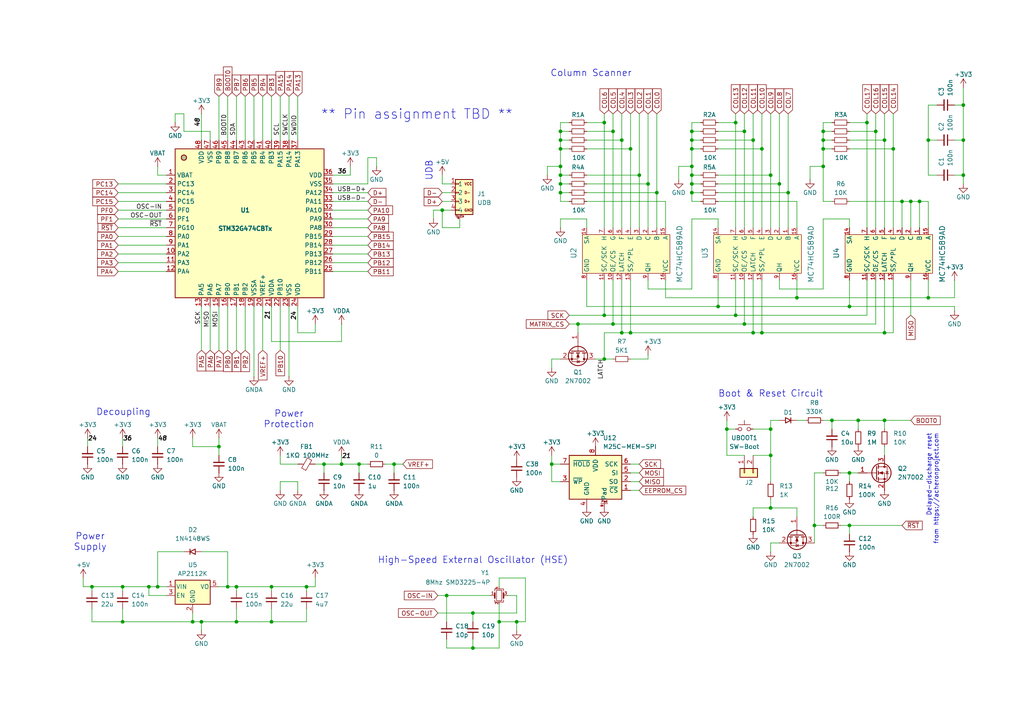
<source format=kicad_sch>
(kicad_sch (version 20250114) (generator "eeschema") (generator_version "9.0")
  (paper "A4")
  (text "Delayed-discharge reset\nfrom https://acheronproject.com" (at 270.51 125.73 90) (effects (font (size 1.27 1.27)) (justify right)))
  (text "Column Scanner" (at 171.45 21.336 0) (effects (font (size 1.905 1.905))))
  (text "Boot & Reset Circuit" (at 208.28 114.3 0) (effects (font (size 1.905 1.905)) (justify left)))
  (text "** Pin assignment TBD **" (at 120.904 33.274 0) (effects (font (size 2.8194 2.8194))))
  (text "UDB" (at 124.46 49.53 90) (effects (font (size 1.905 1.905))))
  (text "High-Speed External Oscillator (HSE)" (at 137.16 162.56 0) (effects (font (size 1.905 1.905))))
  (text "Power\nProtection" (at 83.82 121.666 0) (effects (font (size 1.905 1.905))))
  (text "Decoupling" (at 35.814 119.634 0) (effects (font (size 1.905 1.905))))
  (text "Power\nSupply" (at 26.162 157.226 0) (effects (font (size 1.905 1.905))))
  (junction (at 200.66 50.8))
  (junction (at 182.88 96.52))
  (junction (at 78.74 170.18))
  (junction (at 210.82 124.46))
  (junction (at 58.42 180.34))
  (junction (at 137.16 177.8))
  (junction (at 200.66 53.34))
  (junction (at 213.36 35.56))
  (junction (at 43.18 170.18))
  (junction (at 162.56 48.26))
  (junction (at 218.44 40.64))
  (junction (at 238.76 43.18))
  (junction (at 149.86 180.34))
  (junction (at 200.66 48.26))
  (junction (at 218.44 96.52))
  (junction (at 114.3 134.62))
  (junction (at 162.56 40.64))
  (junction (at 269.24 40.64))
  (junction (at 279.4 40.64))
  (junction (at 269.24 86.36))
  (junction (at 35.56 170.18))
  (junction (at 35.56 180.34))
  (junction (at 137.16 187.96))
  (junction (at 259.08 43.18))
  (junction (at 175.26 91.44))
  (junction (at 180.34 40.64))
  (junction (at 220.98 43.18))
  (junction (at 175.26 104.14))
  (junction (at 104.14 134.62))
  (junction (at 78.74 180.34))
  (junction (at 26.67 170.18))
  (junction (at 200.66 55.88))
  (junction (at 256.54 121.92))
  (junction (at 223.52 124.46))
  (junction (at 175.26 35.56))
  (junction (at 238.76 40.64))
  (junction (at 279.4 50.8))
  (junction (at 220.98 96.52))
  (junction (at 68.58 180.34))
  (junction (at 223.52 132.08))
  (junction (at 68.58 170.18))
  (junction (at 236.22 152.4))
  (junction (at 55.88 180.34))
  (junction (at 238.76 48.26))
  (junction (at 215.9 38.1))
  (junction (at 246.38 88.9))
  (junction (at 200.66 38.1))
  (junction (at 266.7 58.42))
  (junction (at 208.28 88.9))
  (junction (at 88.9 170.18))
  (junction (at 144.78 180.34))
  (junction (at 228.6 55.88))
  (junction (at 246.38 137.16))
  (junction (at 45.72 170.18))
  (junction (at 248.92 121.92))
  (junction (at 177.8 93.98))
  (junction (at 241.3 121.92))
  (junction (at 99.06 134.62))
  (junction (at 231.14 86.36))
  (junction (at 238.76 38.1))
  (junction (at 66.04 170.18))
  (junction (at 182.88 43.18))
  (junction (at 167.64 93.98))
  (junction (at 162.56 53.34))
  (junction (at 256.54 40.64))
  (junction (at 261.62 58.42))
  (junction (at 63.5 129.54))
  (junction (at 129.54 172.72))
  (junction (at 246.38 152.4))
  (junction (at 162.56 50.8))
  (junction (at 279.4 30.48))
  (junction (at 162.56 55.88))
  (junction (at 93.98 134.62))
  (junction (at 185.42 50.8))
  (junction (at 162.56 38.1))
  (junction (at 190.5 55.88))
  (junction (at 254 38.1))
  (junction (at 128.27 60.96))
  (junction (at 226.06 53.34))
  (junction (at 177.8 38.1))
  (junction (at 213.36 91.44))
  (junction (at 264.16 58.42))
  (junction (at 215.9 93.98))
  (junction (at 256.54 96.52))
  (junction (at 223.52 147.32))
  (junction (at 162.56 43.18))
  (junction (at 223.52 50.8))
  (junction (at 187.96 53.34))
  (junction (at 251.46 35.56))
  (junction (at 200.66 43.18))
  (junction (at 200.66 40.64))
  (junction (at 180.34 96.52))
  (junction (at 160.02 134.62))
  (wire (pts (xy 170.18 38.1) (xy 177.8 38.1)))
  (wire (pts (xy 215.9 93.98) (xy 215.9 81.28)))
  (wire (pts (xy 147.32 172.72) (xy 149.86 172.72)))
  (wire (pts (xy 269.24 30.48) (xy 269.24 40.64)))
  (wire (pts (xy 66.04 170.18) (xy 68.58 170.18)))
  (wire (pts (xy 162.56 50.8) (xy 162.56 48.26)))
  (wire (pts (xy 223.52 33.02) (xy 223.52 50.8)))
  (wire (pts (xy 76.2 88.9) (xy 76.2 101.6)))
  (wire (pts (xy 170.18 55.88) (xy 190.5 55.88)))
  (wire (pts (xy 88.9 171.45) (xy 88.9 170.18)))
  (wire (pts (xy 99.06 93.98) (xy 99.06 99.06)))
  (wire (pts (xy 144.78 170.18) (xy 144.78 167.64)))
  (wire (pts (xy 167.64 93.98) (xy 177.8 93.98)))
  (wire (pts (xy 45.72 127) (xy 45.72 129.54)))
  (wire (pts (xy 246.38 137.16) (xy 246.38 139.7)))
  (wire (pts (xy 73.66 88.9) (xy 73.66 109.22)))
  (wire (pts (xy 187.96 83.82) (xy 200.66 83.82)))
  (wire (pts (xy 34.29 53.34) (xy 48.26 53.34)))
  (wire (pts (xy 241.3 43.18) (xy 238.76 43.18)))
  (wire (pts (xy 137.16 177.8) (xy 149.86 177.8)))
  (wire (pts (xy 144.78 167.64) (xy 152.4 167.64)))
  (wire (pts (xy 223.52 50.8) (xy 223.52 66.04)))
  (wire (pts (xy 246.38 137.16) (xy 248.92 137.16)))
  (wire (pts (xy 218.44 96.52) (xy 220.98 96.52)))
  (wire (pts (xy 96.52 58.42) (xy 106.68 58.42)))
  (wire (pts (xy 162.56 104.14) (xy 160.02 104.14)))
  (wire (pts (xy 200.66 35.56) (xy 203.2 35.56)))
  (wire (pts (xy 215.9 33.02) (xy 215.9 38.1)))
  (wire (pts (xy 35.56 127) (xy 35.56 129.54)))
  (wire (pts (xy 129.54 185.42) (xy 129.54 187.96)))
  (wire (pts (xy 73.66 27.94) (xy 73.66 40.64)))
  (wire (pts (xy 129.54 172.72) (xy 142.24 172.72)))
  (wire (pts (xy 269.24 50.8) (xy 269.24 40.64)))
  (wire (pts (xy 149.86 177.8) (xy 149.86 172.72)))
  (wire (pts (xy 91.44 134.62) (xy 93.98 134.62)))
  (wire (pts (xy 193.04 86.36) (xy 193.04 81.28)))
  (wire (pts (xy 88.9 180.34) (xy 88.9 176.53)))
  (wire (pts (xy 53.34 38.1) (xy 60.96 38.1)))
  (wire (pts (xy 128.27 60.96) (xy 125.73 60.96)))
  (wire (pts (xy 68.58 170.18) (xy 78.74 170.18)))
  (wire (pts (xy 66.04 88.9) (xy 66.04 101.6)))
  (wire (pts (xy 215.9 132.08) (xy 210.82 132.08)))
  (wire (pts (xy 128.27 50.8) (xy 128.27 53.34)))
  (wire (pts (xy 81.28 88.9) (xy 81.28 101.6)))
  (wire (pts (xy 210.82 121.92) (xy 210.82 124.46)))
  (wire (pts (xy 261.62 58.42) (xy 261.62 66.04)))
  (wire (pts (xy 231.14 121.92) (xy 233.68 121.92)))
  (wire (pts (xy 238.76 58.42) (xy 238.76 48.26)))
  (wire (pts (xy 223.52 132.08) (xy 223.52 139.7)))
  (wire (pts (xy 162.56 55.88) (xy 165.1 55.88)))
  (wire (pts (xy 81.28 132.08) (xy 81.28 134.62)))
  (wire (pts (xy 254 38.1) (xy 254 66.04)))
  (wire (pts (xy 165.1 91.44) (xy 175.26 91.44)))
  (wire (pts (xy 223.52 124.46) (xy 223.52 132.08)))
  (wire (pts (xy 218.44 124.46) (xy 223.52 124.46)))
  (wire (pts (xy 170.18 53.34) (xy 187.96 53.34)))
  (wire (pts (xy 170.18 58.42) (xy 193.04 58.42)))
  (wire (pts (xy 109.22 48.26) (xy 109.22 45.72)))
  (wire (pts (xy 58.42 160.02) (xy 66.04 160.02)))
  (wire (pts (xy 218.44 40.64) (xy 218.44 66.04)))
  (wire (pts (xy 246.38 40.64) (xy 256.54 40.64)))
  (wire (pts (xy 246.38 58.42) (xy 261.62 58.42)))
  (wire (pts (xy 43.18 172.72) (xy 43.18 170.18)))
  (wire (pts (xy 228.6 55.88) (xy 228.6 66.04)))
  (wire (pts (xy 170.18 63.5) (xy 162.56 63.5)))
  (wire (pts (xy 231.14 58.42) (xy 231.14 66.04)))
  (wire (pts (xy 78.74 27.94) (xy 78.74 40.64)))
  (wire (pts (xy 187.96 81.28) (xy 187.96 83.82)))
  (wire (pts (xy 226.06 157.48) (xy 223.52 157.48)))
  (wire (pts (xy 218.44 33.02) (xy 218.44 40.64)))
  (wire (pts (xy 190.5 55.88) (xy 190.5 66.04)))
  (wire (pts (xy 208.28 58.42) (xy 231.14 58.42)))
  (wire (pts (xy 269.24 50.8) (xy 271.78 50.8)))
  (wire (pts (xy 256.54 40.64) (xy 256.54 66.04)))
  (wire (pts (xy 279.4 40.64) (xy 279.4 30.48)))
  (wire (pts (xy 144.78 180.34) (xy 144.78 187.96)))
  (wire (pts (xy 200.66 48.26) (xy 200.66 43.18)))
  (wire (pts (xy 213.36 35.56) (xy 213.36 66.04)))
  (wire (pts (xy 266.7 58.42) (xy 266.7 66.04)))
  (wire (pts (xy 68.58 180.34) (xy 78.74 180.34)))
  (wire (pts (xy 238.76 43.18) (xy 238.76 48.26)))
  (wire (pts (xy 200.66 38.1) (xy 200.66 35.56)))
  (wire (pts (xy 256.54 96.52) (xy 259.08 96.52)))
  (wire (pts (xy 231.14 149.86) (xy 231.14 147.32)))
  (wire (pts (xy 78.74 99.06) (xy 99.06 99.06)))
  (wire (pts (xy 144.78 175.26) (xy 144.78 180.34)))
  (wire (pts (xy 231.14 81.28) (xy 231.14 86.36)))
  (wire (pts (xy 66.04 27.94) (xy 66.04 40.64)))
  (wire (pts (xy 96.52 71.12) (xy 106.68 71.12)))
  (wire (pts (xy 96.52 73.66) (xy 106.68 73.66)))
  (wire (pts (xy 196.85 48.26) (xy 196.85 52.07)))
  (wire (pts (xy 96.52 76.2) (xy 106.68 76.2)))
  (wire (pts (xy 53.34 160.02) (xy 45.72 160.02)))
  (wire (pts (xy 175.26 96.52) (xy 180.34 96.52)))
  (wire (pts (xy 114.3 134.62) (xy 116.84 134.62)))
  (wire (pts (xy 160.02 134.62) (xy 162.56 134.62)))
  (wire (pts (xy 128.27 66.04) (xy 133.35 66.04)))
  (wire (pts (xy 152.4 167.64) (xy 152.4 180.34)))
  (wire (pts (xy 208.28 50.8) (xy 223.52 50.8)))
  (wire (pts (xy 78.74 170.18) (xy 78.74 171.45)))
  (wire (pts (xy 269.24 58.42) (xy 269.24 66.04)))
  (wire (pts (xy 35.56 170.18) (xy 35.56 171.45)))
  (wire (pts (xy 269.24 86.36) (xy 231.14 86.36)))
  (wire (pts (xy 58.42 180.34) (xy 68.58 180.34)))
  (wire (pts (xy 251.46 91.44) (xy 251.46 81.28)))
  (wire (pts (xy 162.56 48.26) (xy 158.75 48.26)))
  (wire (pts (xy 208.28 55.88) (xy 228.6 55.88)))
  (wire (pts (xy 208.28 53.34) (xy 226.06 53.34)))
  (wire (pts (xy 96.52 60.96) (xy 106.68 60.96)))
  (wire (pts (xy 218.44 147.32) (xy 218.44 149.86)))
  (wire (pts (xy 128.27 53.34) (xy 130.81 53.34)))
  (wire (pts (xy 200.66 53.34) (xy 200.66 50.8)))
  (wire (pts (xy 276.86 30.48) (xy 279.4 30.48)))
  (wire (pts (xy 210.82 124.46) (xy 210.82 132.08)))
  (wire (pts (xy 71.12 27.94) (xy 71.12 40.64)))
  (wire (pts (xy 185.42 50.8) (xy 185.42 66.04)))
  (wire (pts (xy 200.66 40.64) (xy 200.66 38.1)))
  (wire (pts (xy 264.16 58.42) (xy 264.16 66.04)))
  (wire (pts (xy 45.72 48.26) (xy 45.72 50.8)))
  (wire (pts (xy 34.29 76.2) (xy 48.26 76.2)))
  (wire (pts (xy 128.27 55.88) (xy 130.81 55.88)))
  (wire (pts (xy 58.42 33.02) (xy 58.42 40.64)))
  (wire (pts (xy 78.74 170.18) (xy 88.9 170.18)))
  (wire (pts (xy 254 33.02) (xy 254 38.1)))
  (wire (pts (xy 162.56 38.1) (xy 165.1 38.1)))
  (wire (pts (xy 203.2 58.42) (xy 200.66 58.42)))
  (wire (pts (xy 276.86 50.8) (xy 279.4 50.8)))
  (wire (pts (xy 162.56 53.34) (xy 162.56 50.8)))
  (wire (pts (xy 63.5 27.94) (xy 63.5 40.64)))
  (wire (pts (xy 129.54 172.72) (xy 129.54 180.34)))
  (wire (pts (xy 190.5 33.02) (xy 190.5 55.88)))
  (wire (pts (xy 226.06 81.28) (xy 226.06 83.82)))
  (wire (pts (xy 63.5 129.54) (xy 63.5 132.08)))
  (wire (pts (xy 231.14 86.36) (xy 193.04 86.36)))
  (wire (pts (xy 81.28 139.7) (xy 86.36 139.7)))
  (wire (pts (xy 236.22 152.4) (xy 236.22 157.48)))
  (wire (pts (xy 175.26 35.56) (xy 175.26 66.04)))
  (wire (pts (xy 50.8 35.56) (xy 50.8 33.02)))
  (wire (pts (xy 50.8 33.02) (xy 53.34 33.02)))
  (wire (pts (xy 264.16 58.42) (xy 266.7 58.42)))
  (wire (pts (xy 101.6 48.26) (xy 101.6 50.8)))
  (wire (pts (xy 246.38 152.4) (xy 261.62 152.4)))
  (wire (pts (xy 259.08 33.02) (xy 259.08 43.18)))
  (wire (pts (xy 238.76 48.26) (xy 234.95 48.26)))
  (wire (pts (xy 182.88 96.52) (xy 182.88 81.28)))
  (wire (pts (xy 269.24 86.36) (xy 276.86 86.36)))
  (wire (pts (xy 200.66 48.26) (xy 196.85 48.26)))
  (wire (pts (xy 128.27 60.96) (xy 128.27 66.04)))
  (wire (pts (xy 200.66 58.42) (xy 200.66 55.88)))
  (wire (pts (xy 170.18 35.56) (xy 175.26 35.56)))
  (wire (pts (xy 180.34 40.64) (xy 180.34 66.04)))
  (wire (pts (xy 78.74 88.9) (xy 78.74 99.06)))
  (wire (pts (xy 93.98 134.62) (xy 99.06 134.62)))
  (wire (pts (xy 96.52 53.34) (xy 106.68 53.34)))
  (wire (pts (xy 236.22 152.4) (xy 238.76 152.4)))
  (wire (pts (xy 236.22 137.16) (xy 236.22 152.4)))
  (wire (pts (xy 182.88 137.16) (xy 185.42 137.16)))
  (wire (pts (xy 200.66 50.8) (xy 200.66 48.26)))
  (wire (pts (xy 218.44 132.08) (xy 223.52 132.08)))
  (wire (pts (xy 220.98 96.52) (xy 256.54 96.52)))
  (wire (pts (xy 129.54 187.96) (xy 137.16 187.96)))
  (wire (pts (xy 128.27 58.42) (xy 130.81 58.42)))
  (wire (pts (xy 182.88 96.52) (xy 218.44 96.52)))
  (wire (pts (xy 160.02 134.62) (xy 160.02 139.7)))
  (wire (pts (xy 187.96 104.14) (xy 187.96 102.87)))
  (wire (pts (xy 238.76 137.16) (xy 236.22 137.16)))
  (wire (pts (xy 83.82 88.9) (xy 83.82 109.22)))
  (wire (pts (xy 162.56 55.88) (xy 162.56 53.34)))
  (wire (pts (xy 200.66 63.5) (xy 208.28 63.5)))
  (wire (pts (xy 182.88 139.7) (xy 185.42 139.7)))
  (wire (pts (xy 63.5 170.18) (xy 66.04 170.18)))
  (wire (pts (xy 238.76 40.64) (xy 238.76 43.18)))
  (wire (pts (xy 238.76 40.64) (xy 238.76 38.1)))
  (wire (pts (xy 259.08 96.52) (xy 259.08 81.28)))
  (wire (pts (xy 215.9 93.98) (xy 254 93.98)))
  (wire (pts (xy 55.88 127) (xy 55.88 129.54)))
  (wire (pts (xy 58.42 88.9) (xy 58.42 101.6)))
  (wire (pts (xy 81.28 27.94) (xy 81.28 40.64)))
  (wire (pts (xy 208.28 88.9) (xy 170.18 88.9)))
  (wire (pts (xy 182.88 43.18) (xy 182.88 66.04)))
  (wire (pts (xy 228.6 33.02) (xy 228.6 55.88)))
  (wire (pts (xy 238.76 38.1) (xy 238.76 35.56)))
  (wire (pts (xy 78.74 180.34) (xy 88.9 180.34)))
  (wire (pts (xy 96.52 66.04) (xy 106.68 66.04)))
  (wire (pts (xy 162.56 48.26) (xy 162.56 43.18)))
  (wire (pts (xy 162.56 63.5) (xy 162.56 66.04)))
  (wire (pts (xy 45.72 160.02) (xy 45.72 170.18)))
  (wire (pts (xy 133.35 63.5) (xy 133.35 66.04)))
  (wire (pts (xy 25.4 127) (xy 25.4 129.54)))
  (wire (pts (xy 162.56 38.1) (xy 162.56 35.56)))
  (wire (pts (xy 125.73 60.96) (xy 125.73 63.5)))
  (wire (pts (xy 226.06 33.02) (xy 226.06 53.34)))
  (wire (pts (xy 34.29 63.5) (xy 48.26 63.5)))
  (wire (pts (xy 182.88 104.14) (xy 187.96 104.14)))
  (wire (pts (xy 162.56 50.8) (xy 165.1 50.8)))
  (wire (pts (xy 269.24 81.28) (xy 269.24 86.36)))
  (wire (pts (xy 238.76 35.56) (xy 241.3 35.56)))
  (wire (pts (xy 76.2 27.94) (xy 76.2 40.64)))
  (wire (pts (xy 279.4 25.4) (xy 279.4 30.48)))
  (wire (pts (xy 200.66 55.88) (xy 200.66 53.34)))
  (wire (pts (xy 208.28 63.5) (xy 208.28 66.04)))
  (wire (pts (xy 220.98 43.18) (xy 220.98 66.04)))
  (wire (pts (xy 34.29 66.04) (xy 48.26 66.04)))
  (wire (pts (xy 63.5 88.9) (xy 63.5 101.6)))
  (wire (pts (xy 35.56 176.53) (xy 35.56 180.34)))
  (wire (pts (xy 234.95 48.26) (xy 234.95 52.07)))
  (wire (pts (xy 35.56 170.18) (xy 43.18 170.18)))
  (wire (pts (xy 223.52 144.78) (xy 223.52 147.32)))
  (wire (pts (xy 152.4 180.34) (xy 149.86 180.34)))
  (wire (pts (xy 200.66 50.8) (xy 203.2 50.8)))
  (wire (pts (xy 238.76 63.5) (xy 246.38 63.5)))
  (wire (pts (xy 158.75 48.26) (xy 158.75 50.8)))
  (wire (pts (xy 137.16 177.8) (xy 137.16 180.34)))
  (wire (pts (xy 88.9 170.18) (xy 91.44 170.18)))
  (wire (pts (xy 241.3 121.92) (xy 241.3 124.46)))
  (wire (pts (xy 99.06 134.62) (xy 104.14 134.62)))
  (wire (pts (xy 71.12 88.9) (xy 71.12 101.6)))
  (wire (pts (xy 208.28 40.64) (xy 218.44 40.64)))
  (wire (pts (xy 63.5 129.54) (xy 55.88 129.54)))
  (wire (pts (xy 162.56 40.64) (xy 162.56 38.1)))
  (wire (pts (xy 200.66 43.18) (xy 203.2 43.18)))
  (wire (pts (xy 261.62 58.42) (xy 264.16 58.42)))
  (wire (pts (xy 68.58 27.94) (xy 68.58 40.64)))
  (wire (pts (xy 55.88 177.8) (xy 55.88 180.34)))
  (wire (pts (xy 243.84 152.4) (xy 246.38 152.4)))
  (wire (pts (xy 162.56 43.18) (xy 162.56 40.64)))
  (wire (pts (xy 24.13 167.64) (xy 24.13 170.18)))
  (wire (pts (xy 180.34 96.52) (xy 180.34 81.28)))
  (wire (pts (xy 165.1 93.98) (xy 167.64 93.98)))
  (wire (pts (xy 208.28 81.28) (xy 208.28 88.9)))
  (wire (pts (xy 106.68 45.72) (xy 106.68 53.34)))
  (wire (pts (xy 218.44 96.52) (xy 218.44 81.28)))
  (wire (pts (xy 137.16 187.96) (xy 144.78 187.96)))
  (wire (pts (xy 172.72 104.14) (xy 175.26 104.14)))
  (wire (pts (xy 182.88 134.62) (xy 185.42 134.62)))
  (wire (pts (xy 175.26 104.14) (xy 175.26 96.52)))
  (wire (pts (xy 86.36 96.52) (xy 91.44 96.52)))
  (wire (pts (xy 109.22 45.72) (xy 106.68 45.72)))
  (wire (pts (xy 276.86 88.9) (xy 246.38 88.9)))
  (wire (pts (xy 248.92 121.92) (xy 248.92 124.46)))
  (wire (pts (xy 86.36 27.94) (xy 86.36 40.64)))
  (wire (pts (xy 231.14 147.32) (xy 223.52 147.32)))
  (wire (pts (xy 238.76 38.1) (xy 241.3 38.1)))
  (wire (pts (xy 96.52 50.8) (xy 101.6 50.8)))
  (wire (pts (xy 251.46 35.56) (xy 251.46 66.04)))
  (wire (pts (xy 200.66 43.18) (xy 200.66 40.64)))
  (wire (pts (xy 243.84 137.16) (xy 246.38 137.16)))
  (wire (pts (xy 279.4 50.8) (xy 279.4 40.64)))
  (wire (pts (xy 127 177.8) (xy 137.16 177.8)))
  (wire (pts (xy 269.24 30.48) (xy 271.78 30.48)))
  (wire (pts (xy 66.04 160.02) (xy 66.04 170.18)))
  (wire (pts (xy 34.29 68.58) (xy 48.26 68.58)))
  (wire (pts (xy 223.52 147.32) (xy 218.44 147.32)))
  (wire (pts (xy 238.76 40.64) (xy 241.3 40.64)))
  (wire (pts (xy 254 93.98) (xy 254 81.28)))
  (wire (pts (xy 246.38 88.9) (xy 208.28 88.9)))
  (wire (pts (xy 160.02 104.14) (xy 160.02 106.68)))
  (wire (pts (xy 55.88 180.34) (xy 58.42 180.34)))
  (wire (pts (xy 256.54 132.08) (xy 256.54 129.54)))
  (wire (pts (xy 162.56 58.42) (xy 162.56 55.88)))
  (wire (pts (xy 96.52 68.58) (xy 106.68 68.58)))
  (wire (pts (xy 226.06 53.34) (xy 226.06 66.04)))
  (wire (pts (xy 226.06 83.82) (xy 238.76 83.82)))
  (wire (pts (xy 45.72 50.8) (xy 48.26 50.8)))
  (wire (pts (xy 238.76 121.92) (xy 241.3 121.92)))
  (wire (pts (xy 104.14 134.62) (xy 104.14 137.16)))
  (wire (pts (xy 276.86 81.28) (xy 276.86 86.36)))
  (wire (pts (xy 165.1 58.42) (xy 162.56 58.42)))
  (wire (pts (xy 170.18 66.04) (xy 170.18 63.5)))
  (wire (pts (xy 200.66 40.64) (xy 203.2 40.64)))
  (wire (pts (xy 78.74 176.53) (xy 78.74 180.34)))
  (wire (pts (xy 213.36 33.02) (xy 213.36 35.56)))
  (wire (pts (xy 256.54 121.92) (xy 264.16 121.92)))
  (wire (pts (xy 63.5 127) (xy 63.5 129.54)))
  (wire (pts (xy 175.26 91.44) (xy 213.36 91.44)))
  (wire (pts (xy 264.16 81.28) (xy 264.16 91.44)))
  (wire (pts (xy 200.66 38.1) (xy 203.2 38.1)))
  (wire (pts (xy 81.28 134.62) (xy 86.36 134.62)))
  (wire (pts (xy 26.67 170.18) (xy 35.56 170.18)))
  (wire (pts (xy 200.66 83.82) (xy 200.66 63.5)))
  (wire (pts (xy 187.96 33.02) (xy 187.96 53.34)))
  (wire (pts (xy 220.98 33.02) (xy 220.98 43.18)))
  (wire (pts (xy 26.67 170.18) (xy 26.67 171.45)))
  (wire (pts (xy 170.18 88.9) (xy 170.18 81.28)))
  (wire (pts (xy 170.18 43.18) (xy 182.88 43.18)))
  (wire (pts (xy 170.18 40.64) (xy 180.34 40.64)))
  (wire (pts (xy 68.58 88.9) (xy 68.58 101.6)))
  (wire (pts (xy 256.54 33.02) (xy 256.54 40.64)))
  (wire (pts (xy 99.06 132.08) (xy 99.06 134.62)))
  (wire (pts (xy 170.18 50.8) (xy 185.42 50.8)))
  (wire (pts (xy 175.26 33.02) (xy 175.26 35.56)))
  (wire (pts (xy 96.52 55.88) (xy 106.68 55.88)))
  (wire (pts (xy 96.52 63.5) (xy 106.68 63.5)))
  (wire (pts (xy 182.88 33.02) (xy 182.88 43.18)))
  (wire (pts (xy 246.38 43.18) (xy 259.08 43.18)))
  (wire (pts (xy 182.88 142.24) (xy 185.42 142.24)))
  (wire (pts (xy 167.64 93.98) (xy 167.64 96.52)))
  (wire (pts (xy 177.8 33.02) (xy 177.8 38.1)))
  (wire (pts (xy 53.34 33.02) (xy 53.34 38.1)))
  (wire (pts (xy 162.56 35.56) (xy 165.1 35.56)))
  (wire (pts (xy 259.08 43.18) (xy 259.08 66.04)))
  (wire (pts (xy 177.8 93.98) (xy 177.8 81.28)))
  (wire (pts (xy 276.86 90.17) (xy 276.86 88.9)))
  (wire (pts (xy 246.38 63.5) (xy 246.38 66.04)))
  (wire (pts (xy 34.29 73.66) (xy 48.26 73.66)))
  (wire (pts (xy 208.28 38.1) (xy 215.9 38.1)))
  (wire (pts (xy 130.81 60.96) (xy 128.27 60.96)))
  (wire (pts (xy 34.29 60.96) (xy 48.26 60.96)))
  (wire (pts (xy 200.66 55.88) (xy 203.2 55.88)))
  (wire (pts (xy 127 172.72) (xy 129.54 172.72)))
  (wire (pts (xy 208.28 43.18) (xy 220.98 43.18)))
  (wire (pts (xy 34.29 78.74) (xy 48.26 78.74)))
  (wire (pts (xy 91.44 167.64) (xy 91.44 170.18)))
  (wire (pts (xy 187.96 53.34) (xy 187.96 66.04)))
  (wire (pts (xy 34.29 71.12) (xy 48.26 71.12)))
  (wire (pts (xy 208.28 35.56) (xy 213.36 35.56)))
  (wire (pts (xy 104.14 134.62) (xy 106.68 134.62)))
  (wire (pts (xy 45.72 170.18) (xy 48.26 170.18)))
  (wire (pts (xy 162.56 43.18) (xy 165.1 43.18)))
  (wire (pts (xy 160.02 139.7) (xy 162.56 139.7)))
  (wire (pts (xy 149.86 180.34) (xy 144.78 180.34)))
  (wire (pts (xy 137.16 185.42) (xy 137.16 187.96)))
  (wire (pts (xy 86.36 139.7) (xy 86.36 142.24)))
  (wire (pts (xy 276.86 40.64) (xy 279.4 40.64)))
  (wire (pts (xy 248.92 121.92) (xy 256.54 121.92)))
  (wire (pts (xy 238.76 58.42) (xy 241.3 58.42)))
  (wire (pts (xy 43.18 170.18) (xy 45.72 170.18)))
  (wire (pts (xy 200.66 53.34) (xy 203.2 53.34)))
  (wire (pts (xy 246.38 81.28) (xy 246.38 88.9)))
  (wire (pts (xy 177.8 93.98) (xy 215.9 93.98)))
  (wire (pts (xy 175.26 104.14) (xy 177.8 104.14)))
  (wire (pts (xy 269.24 40.64) (xy 271.78 40.64)))
  (wire (pts (xy 223.52 121.92) (xy 226.06 121.92)))
  (wire (pts (xy 220.98 96.52) (xy 220.98 81.28)))
  (wire (pts (xy 246.38 38.1) (xy 254 38.1)))
  (wire (pts (xy 162.56 53.34) (xy 165.1 53.34)))
  (wire (pts (xy 35.56 180.34) (xy 55.88 180.34)))
  (wire (pts (xy 185.42 33.02) (xy 185.42 50.8)))
  (wire (pts (xy 26.67 176.53) (xy 26.67 180.34)))
  (wire (pts (xy 68.58 170.18) (xy 68.58 171.45)))
  (wire (pts (xy 111.76 134.62) (xy 114.3 134.62)))
  (wire (pts (xy 238.76 83.82) (xy 238.76 63.5)))
  (wire (pts (xy 58.42 180.34) (xy 58.42 182.88)))
  (wire (pts (xy 246.38 35.56) (xy 251.46 35.56)))
  (wire (pts (xy 34.29 55.88) (xy 48.26 55.88)))
  (wire (pts (xy 180.34 96.52) (xy 182.88 96.52)))
  (wire (pts (xy 246.38 152.4) (xy 246.38 154.94)))
  (wire (pts (xy 93.98 134.62) (xy 93.98 137.16)))
  (wire (pts (xy 160.02 132.08) (xy 160.02 134.62)))
  (wire (pts (xy 34.29 58.42) (xy 48.26 58.42)))
  (wire (pts (xy 266.7 58.42) (xy 269.24 58.42)))
  (wire (pts (xy 83.82 27.94) (xy 83.82 40.64)))
  (wire (pts (xy 193.04 58.42) (xy 193.04 66.04)))
  (wire (pts (xy 60.96 88.9) (xy 60.96 101.6)))
  (wire (pts (xy 175.26 91.44) (xy 175.26 81.28)))
  (wire (pts (xy 24.13 170.18) (xy 26.67 170.18)))
  (wire (pts (xy 223.52 157.48) (xy 223.52 160.02)))
  (wire (pts (xy 256.54 121.92) (xy 256.54 124.46)))
  (wire (pts (xy 81.28 139.7) (xy 81.28 142.24)))
  (wire (pts (xy 241.3 121.92) (xy 248.92 121.92)))
  (wire (pts (xy 114.3 134.62) (xy 114.3 137.16)))
  (wire (pts (xy 213.36 91.44) (xy 213.36 81.28)))
  (wire (pts (xy 91.44 93.98) (xy 91.44 96.52)))
  (wire (pts (xy 210.82 124.46) (xy 213.36 124.46)))
  (wire (pts (xy 256.54 96.52) (xy 256.54 81.28)))
  (wire (pts (xy 180.34 33.02) (xy 180.34 40.64)))
  (wire (pts (xy 26.67 180.34) (xy 35.56 180.34)))
  (wire (pts (xy 43.18 172.72) (xy 48.26 172.72)))
  (wire (pts (xy 251.46 33.02) (xy 251.46 35.56)))
  (wire (pts (xy 162.56 40.64) (xy 165.1 40.64)))
  (wire (pts (xy 60.96 38.1) (xy 60.96 40.64)))
  (wire (pts (xy 149.86 180.34) (xy 149.86 182.88)))
  (wire (pts (xy 86.36 88.9) (xy 86.36 96.52)))
  (wire (pts (xy 177.8 38.1) (xy 177.8 66.04)))
  (wire (pts (xy 223.52 124.46) (xy 223.52 121.92)))
  (wire (pts (xy 213.36 91.44) (xy 251.46 91.44)))
  (wire (pts (xy 96.52 78.74) (xy 106.68 78.74)))
  (wire (pts (xy 68.58 176.53) (xy 68.58 180.34)))
  (wire (pts (xy 279.4 53.34) (xy 279.4 50.8)))
  (wire (pts (xy 215.9 38.1) (xy 215.9 66.04)))
  (label "SDA" (at 68.58 39.37 90))
  (label "OSC-IN" (at 46.99 60.96 180))
  (label "MISO" (at 60.96 90.17 270))
  (label "21" (at 99.06 133.35 0) (effects (font (thickness 0.254) (bold yes) (italic yes))))
  (label "MOSI" (at 63.5 90.17 270))
  (label "USB-D-" (at 97.79 58.42 0))
  (label "21" (at 78.74 92.71 90) (effects (font (thickness 0.254) (bold yes) (italic yes))))
  (label "24" (at 86.36 90.17 270) (effects (font (thickness 0.254) (bold yes) (italic yes))))
  (label "OSC-OUT" (at 46.99 63.5 180))
  (label "LATCH" (at 175.26 104.14 270))
  (label "SCL" (at 81.28 39.37 90))
  (label "USB-D+" (at 97.79 55.88 0))
  (label "48" (at 58.42 36.83 90) (effects (font (thickness 0.254) (bold yes) (italic yes))))
  (label "24" (at 25.4 128.27 0) (effects (font (thickness 0.254) (bold yes) (italic yes))))
  (label "48" (at 45.72 128.27 0) (effects (font (thickness 0.254) (bold yes) (italic yes))))
  (label "SWDIO" (at 86.36 39.37 90))
  (label "SCK" (at 58.42 90.17 270))
  (label "~{RST}" (at 46.99 66.04 180))
  (label "BOOT0" (at 66.04 39.37 90))
  (label "36" (at 35.56 128.27 0) (effects (font (thickness 0.254) (bold yes) (italic yes))))
  (label "36" (at 97.79 50.8 0) (effects (font (thickness 0.254) (bold yes) (italic yes))))
  (label "SWCLK" (at 83.82 39.37 90))
  (global_label "OSC-OUT" (shape input) (at 127 177.8 180) (property "Intersheetrefs" "${INTERSHEET_REFS}" (effects (hide yes))))
  (global_label "COL0" (shape input) (at 190.5 33.02 90) (property "Intersheetrefs" "${INTERSHEET_REFS}" (effects (hide yes))))
  (global_label "COL14" (shape input) (at 259.08 33.02 90) (property "Intersheetrefs" "${INTERSHEET_REFS}" (effects (hide yes))))
  (global_label "PA4" (shape input) (at 34.29 78.74 180) (property "Intersheetrefs" "${INTERSHEET_REFS}" (effects (hide yes))))
  (global_label "COL8" (shape input) (at 226.06 33.02 90) (property "Intersheetrefs" "${INTERSHEET_REFS}" (effects (hide yes))))
  (global_label "PB5" (shape input) (at 73.66 27.94 90) (property "Intersheetrefs" "${INTERSHEET_REFS}" (effects (hide yes))))
  (global_label "PB4" (shape input) (at 76.2 27.94 90) (property "Intersheetrefs" "${INTERSHEET_REFS}" (effects (hide yes))))
  (global_label "SCK" (shape input) (at 185.42 134.62 0) (property "Intersheetrefs" "${INTERSHEET_REFS}" (effects (hide yes))))
  (global_label "PA3" (shape input) (at 34.29 76.2 180) (property "Intersheetrefs" "${INTERSHEET_REFS}" (effects (hide yes))))
  (global_label "PB6" (shape input) (at 71.12 27.94 90) (property "Intersheetrefs" "${INTERSHEET_REFS}" (effects (hide yes))))
  (global_label "PA8" (shape input) (at 106.68 66.04 0) (property "Intersheetrefs" "${INTERSHEET_REFS}" (effects (hide yes))))
  (global_label "COL2" (shape input) (at 185.42 33.02 90) (property "Intersheetrefs" "${INTERSHEET_REFS}" (effects (hide yes))))
  (global_label "PB1" (shape input) (at 68.58 101.6 270) (property "Intersheetrefs" "${INTERSHEET_REFS}" (effects (hide yes))))
  (global_label "COL13" (shape input) (at 213.36 33.02 90) (property "Intersheetrefs" "${INTERSHEET_REFS}" (effects (hide yes))))
  (global_label "COL1" (shape input) (at 187.96 33.02 90) (property "Intersheetrefs" "${INTERSHEET_REFS}" (effects (hide yes))))
  (global_label "PB11" (shape input) (at 106.68 78.74 0) (property "Intersheetrefs" "${INTERSHEET_REFS}" (effects (hide yes))))
  (global_label "EEPROM_CS" (shape input) (at 185.42 142.24 0) (property "Intersheetrefs" "${INTERSHEET_REFS}" (effects (hide yes))))
  (global_label "COL12" (shape input) (at 215.9 33.02 90) (property "Intersheetrefs" "${INTERSHEET_REFS}" (effects (hide yes))))
  (global_label "D-" (shape input) (at 128.27 55.88 180) (property "Intersheetrefs" "${INTERSHEET_REFS}" (effects (hide yes))))
  (global_label "COL4" (shape input) (at 180.34 33.02 90) (property "Intersheetrefs" "${INTERSHEET_REFS}" (effects (hide yes))))
  (global_label "PA13" (shape input) (at 86.36 27.94 90) (property "Intersheetrefs" "${INTERSHEET_REFS}" (effects (hide yes))))
  (global_label "MOSI" (shape input) (at 185.42 137.16 0) (property "Intersheetrefs" "${INTERSHEET_REFS}" (effects (hide yes))))
  (global_label "PF0" (shape input) (at 34.29 60.96 180) (property "Intersheetrefs" "${INTERSHEET_REFS}" (effects (hide yes))))
  (global_label "COL15" (shape input) (at 256.54 33.02 90) (property "Intersheetrefs" "${INTERSHEET_REFS}" (effects (hide yes))))
  (global_label "PA5" (shape input) (at 58.42 101.6 270) (property "Intersheetrefs" "${INTERSHEET_REFS}" (effects (hide yes))))
  (global_label "PB15" (shape input) (at 106.68 68.58 0) (property "Intersheetrefs" "${INTERSHEET_REFS}" (effects (hide yes))))
  (global_label "PB10" (shape input) (at 81.28 101.6 270) (property "Intersheetrefs" "${INTERSHEET_REFS}" (effects (hide yes))))
  (global_label "PB14" (shape input) (at 106.68 71.12 0) (property "Intersheetrefs" "${INTERSHEET_REFS}" (effects (hide yes))))
  (global_label "BOOT0" (shape input) (at 264.16 121.92 0) (property "Intersheetrefs" "${INTERSHEET_REFS}" (effects (hide yes))))
  (global_label "PA7" (shape input) (at 63.5 101.6 270) (property "Intersheetrefs" "${INTERSHEET_REFS}" (effects (hide yes))))
  (global_label "BOOT0" (shape input) (at 66.04 27.94 90) (property "Intersheetrefs" "${INTERSHEET_REFS}" (effects (hide yes))))
  (global_label "COL9" (shape input) (at 223.52 33.02 90) (property "Intersheetrefs" "${INTERSHEET_REFS}" (effects (hide yes))))
  (global_label "PC14" (shape input) (at 34.29 55.88 180) (property "Intersheetrefs" "${INTERSHEET_REFS}" (effects (hide yes))))
  (global_label "PC13" (shape input) (at 34.29 53.34 180) (property "Intersheetrefs" "${INTERSHEET_REFS}" (effects (hide yes))))
  (global_label "~{RST}" (shape input) (at 261.62 152.4 0) (property "Intersheetrefs" "${INTERSHEET_REFS}" (effects (hide yes))))
  (global_label "PB12" (shape input) (at 106.68 76.2 0) (property "Intersheetrefs" "${INTERSHEET_REFS}" (effects (hide yes))))
  (global_label "PB9" (shape input) (at 63.5 27.94 90) (property "Intersheetrefs" "${INTERSHEET_REFS}" (effects (hide yes))))
  (global_label "D+" (shape input) (at 128.27 58.42 180) (property "Intersheetrefs" "${INTERSHEET_REFS}" (effects (hide yes))))
  (global_label "PB13" (shape input) (at 106.68 73.66 0) (property "Intersheetrefs" "${INTERSHEET_REFS}" (effects (hide yes))))
  (global_label "PC15" (shape input) (at 34.29 58.42 180) (property "Intersheetrefs" "${INTERSHEET_REFS}" (effects (hide yes))))
  (global_label "SCK" (shape input) (at 165.1 91.44 180) (property "Intersheetrefs" "${INTERSHEET_REFS}" (effects (hide yes))))
  (global_label "PA15" (shape input) (at 81.28 27.94 90) (property "Intersheetrefs" "${INTERSHEET_REFS}" (effects (hide yes))))
  (global_label "OSC-IN" (shape input) (at 127 172.72 180) (property "Intersheetrefs" "${INTERSHEET_REFS}" (effects (hide yes))))
  (global_label "PB2" (shape input) (at 71.12 101.6 270) (property "Intersheetrefs" "${INTERSHEET_REFS}" (effects (hide yes))))
  (global_label "D-" (shape input) (at 106.68 58.42 0) (property "Intersheetrefs" "${INTERSHEET_REFS}" (effects (hide yes))))
  (global_label "COL17" (shape input) (at 251.46 33.02 90) (property "Intersheetrefs" "${INTERSHEET_REFS}" (effects (hide yes))))
  (global_label "COL7" (shape input) (at 228.6 33.02 90) (property "Intersheetrefs" "${INTERSHEET_REFS}" (effects (hide yes))))
  (global_label "~{RST}" (shape input) (at 34.29 66.04 180) (property "Intersheetrefs" "${INTERSHEET_REFS}" (effects (hide yes))))
  (global_label "PA2" (shape input) (at 34.29 73.66 180) (property "Intersheetrefs" "${INTERSHEET_REFS}" (effects (hide yes))))
  (global_label "PF1" (shape input) (at 34.29 63.5 180) (property "Intersheetrefs" "${INTERSHEET_REFS}" (effects (hide yes))))
  (global_label "MISO" (shape input) (at 185.42 139.7 0) (property "Intersheetrefs" "${INTERSHEET_REFS}" (effects (hide yes))))
  (global_label "VREF+" (shape input) (at 76.2 101.6 270) (property "Intersheetrefs" "${INTERSHEET_REFS}" (effects (hide yes))))
  (global_label "PB3" (shape input) (at 78.74 27.94 90) (property "Intersheetrefs" "${INTERSHEET_REFS}" (effects (hide yes))))
  (global_label "COL6" (shape input) (at 175.26 33.02 90) (property "Intersheetrefs" "${INTERSHEET_REFS}" (effects (hide yes))))
  (global_label "MATRIX_CS" (shape input) (at 165.1 93.98 180) (property "Intersheetrefs" "${INTERSHEET_REFS}" (effects (hide yes))))
  (global_label "PA6" (shape input) (at 60.96 101.6 270) (property "Intersheetrefs" "${INTERSHEET_REFS}" (effects (hide yes))))
  (global_label "PB0" (shape input) (at 66.04 101.6 270) (property "Intersheetrefs" "${INTERSHEET_REFS}" (effects (hide yes))))
  (global_label "COL10" (shape input) (at 220.98 33.02 90) (property "Intersheetrefs" "${INTERSHEET_REFS}" (effects (hide yes))))
  (global_label "VREF+" (shape input) (at 116.84 134.62 0) (property "Intersheetrefs" "${INTERSHEET_REFS}" (effects (hide yes))))
  (global_label "PB7" (shape input) (at 68.58 27.94 90) (property "Intersheetrefs" "${INTERSHEET_REFS}" (effects (hide yes))))
  (global_label "COL11" (shape input) (at 218.44 33.02 90) (property "Intersheetrefs" "${INTERSHEET_REFS}" (effects (hide yes))))
  (global_label "COL16" (shape input) (at 254 33.02 90) (property "Intersheetrefs" "${INTERSHEET_REFS}" (effects (hide yes))))
  (global_label "MISO" (shape input) (at 264.16 91.44 270) (property "Intersheetrefs" "${INTERSHEET_REFS}" (effects (hide yes))))
  (global_label "PA0" (shape input) (at 34.29 68.58 180) (property "Intersheetrefs" "${INTERSHEET_REFS}" (effects (hide yes))))
  (global_label "PA1" (shape input) (at 34.29 71.12 180) (property "Intersheetrefs" "${INTERSHEET_REFS}" (effects (hide yes))))
  (global_label "COL5" (shape input) (at 177.8 33.02 90) (property "Intersheetrefs" "${INTERSHEET_REFS}" (effects (hide yes))))
  (global_label "COL3" (shape input) (at 182.88 33.02 90) (property "Intersheetrefs" "${INTERSHEET_REFS}" (effects (hide yes))))
  (global_label "D+" (shape input) (at 106.68 55.88 0) (property "Intersheetrefs" "${INTERSHEET_REFS}" (effects (hide yes))))
  (global_label "PA10" (shape input) (at 106.68 60.96 0) (property "Intersheetrefs" "${INTERSHEET_REFS}" (effects (hide yes))))
  (global_label "PA14" (shape input) (at 83.82 27.94 90) (property "Intersheetrefs" "${INTERSHEET_REFS}" (effects (hide yes))))
  (global_label "PA9" (shape input) (at 106.68 63.5 0) (property "Intersheetrefs" "${INTERSHEET_REFS}" (effects (hide yes))))
  (symbol (lib_id "ts-kicad-lib:MC74HC589AD") (at 259.08 73.66 270) (unit 1)
    (property "Reference" "U4" (at 242.57 73.406 0) (effects (font (size 1.524 1.524))))
    (property "Value" "MC74HC589AD" (at 273.304 73.66 0) (effects (font (size 1.524 1.524))))
    (property "Footprint" "Package_SO:TSSOP-16_4.4x5mm_P0.65mm" (effects (hide yes)))
    (property "Datasheet" "MC74HC589ADTR2G" (effects (hide yes)))
  )
  (symbol (lib_id "ts-keyboard-lib:CONN_UDB") (at 133.35 58.42 0) (unit 1)
    (property "Reference" "J1" (at 138.43 56.2355 0) (effects (justify left)))
    (property "Value" "UDB" (at 138.43 58.7755 0) (effects (justify left)))
    (property "Footprint" "Connector_JST:JST_SH_SM04B-SRSS-TB_1x04-1MP_P1.00mm_Horizontal" (effects (hide yes)))
    (property "Datasheet" "https://unified-daughterboard.github.io" (effects (hide yes)))
    (property "Description" "Unified Daughterboard C Series" (effects (hide yes)))
  )
  (symbol (lib_id "ts-kicad-lib:R_Array04") (at 167.64 53.34 0) (unit 3)
    (property "Reference" "R4" (effects (hide yes)))
    (property "Value" "10K" (effects (hide yes)))
    (property "Footprint" "Resistor_SMD:R_Array_Convex_4x0603" (effects (hide yes)))
    (property "Description" "Resistor Array" (effects (hide yes)))
  )
  (symbol (lib_id "power:GND") (at 223.52 160.02 0) (unit 1)
    (property "Reference" "#PWR044" (effects (hide yes)))
    (property "Value" "GND" (at 223.52 163.83 0))
    (property "Description" "Power symbol creates a global label with name \"GND\" , ground" (effects (hide yes)))
  )
  (symbol (lib_id "power:GNDA") (at 93.98 142.24 0) (unit 1)
    (property "Reference" "#PWR037" (effects (hide yes)))
    (property "Value" "GNDA" (at 93.98 146.05 0))
    (property "Description" "Power symbol creates a global label with name \"GNDA\" , analog ground" (effects (hide yes)))
  )
  (symbol (lib_id "power:GND") (at 279.4 53.34 0) (unit 1)
    (property "Reference" "#PWR019" (effects (hide yes)))
    (property "Value" "GND" (at 279.4 57.15 0))
    (property "Description" "Power symbol creates a global label with name \"GND\" , ground" (effects (hide yes)))
  )
  (symbol (lib_id "power:GND") (at 160.02 106.68 0) (unit 1)
    (property "Reference" "#PWR016" (effects (hide yes)))
    (property "Value" "GND" (at 160.02 110.49 0))
    (property "Description" "Power symbol creates a global label with name \"GND\" , ground" (effects (hide yes)))
  )
  (symbol (lib_id "ts-kicad-lib:R_Array04") (at 243.84 43.18 0) (unit 1)
    (property "Reference" "R3" (at 243.84 33.274 0))
    (property "Value" "10K" (at 244.094 45.72 0))
    (property "Footprint" "Resistor_SMD:R_Array_Convex_4x0603" (effects (hide yes)))
    (property "Description" "Resistor Array" (effects (hide yes)))
  )
  (symbol (lib_id "power:GNDA") (at 73.66 109.22 0) (unit 1)
    (property "Reference" "#PWR017" (effects (hide yes)))
    (property "Value" "GNDA" (at 73.66 113.03 0))
    (property "Description" "Power symbol creates a global label with name \"GNDA\" , analog ground" (effects (hide yes)))
  )
  (symbol (lib_id "ts-kicad-lib:C") (at 274.32 40.64 180) (unit 1)
    (property "Reference" "C2" (at 273.0435 38.1 90) (effects (justify right)))
    (property "Value" "100n" (at 275.5835 38.1 90) (effects (justify right)))
    (property "Footprint" "Capacitor_SMD:C_0603_1608Metric" (effects (hide yes)))
    (property "Description" "Unpolarized capacitor" (effects (hide yes)))
  )
  (symbol (lib_id "power:GND") (at 35.56 134.62 0) (unit 1)
    (property "Reference" "#PWR032" (effects (hide yes)))
    (property "Value" "GND" (at 35.56 138.43 0))
    (property "Description" "Power symbol creates a global label with name \"GND\" , ground" (effects (hide yes)))
  )
  (symbol (lib_id "power:GND") (at 58.42 182.88 0) (unit 1)
    (property "Reference" "#PWR048" (effects (hide yes)))
    (property "Value" "GND" (at 58.42 186.69 0))
    (property "Description" "Power symbol creates a global label with name \"GND\" , ground" (effects (hide yes)))
  )
  (symbol (lib_id "ts-kicad-lib:R_Array04") (at 205.74 40.64 0) (unit 2)
    (property "Reference" "R2" (effects (hide yes)))
    (property "Value" "10K" (effects (hide yes)))
    (property "Footprint" "Resistor_SMD:R_Array_Convex_4x0603" (effects (hide yes)))
    (property "Description" "Resistor Array" (effects (hide yes)))
  )
  (symbol (lib_id "Device:R_Small") (at 241.3 152.4 90) (unit 1)
    (property "Reference" "R16" (at 241.3 147.32 90))
    (property "Value" "100R" (at 241.3 149.86 90))
    (property "Footprint" "Resistor_SMD:R_0603_1608Metric" (effects (hide yes)))
    (property "Description" "Resistor, small symbol" (effects (hide yes)))
  )
  (symbol (lib_id "ts-kicad-lib:M25C-MEM-SPI") (at 172.72 137.16 0) (unit 1)
    (property "Reference" "U12" (at 174.8633 127 0) (effects (justify left)))
    (property "Value" "M25C-MEM-SPI" (at 174.8633 129.54 0) (effects (justify left)))
    (property "Footprint" "ts-kicad-lib:SOIC-8" (effects (hide yes)))
    (property "Datasheet" "http://www.fujitsu.com/downloads/MICRO/fme/fram/datasheet-MB85RS64.pdf" (effects (hide yes)))
    (property "Description" "FRAM memory with SPI interface, SOIC-8 SON-8" (effects (hide yes)))
  )
  (symbol (lib_id "power:VDDA") (at 99.06 93.98 0) (unit 1)
    (property "Reference" "#PWR013" (effects (hide yes)))
    (property "Value" "VDDA" (at 99.06 90.17 0))
    (property "Description" "Power symbol creates a global label with name \"VDDA\"" (effects (hide yes)))
  )
  (symbol (lib_id "Device:FerriteBead_Small") (at 88.9 134.62 270) (unit 1)
    (property "Reference" "FB1" (at 88.9 129.54 90))
    (property "Value" "1KΩ 100MHz" (at 89.154 132.08 90))
    (property "Footprint" "Inductor_SMD:L_0603_1608Metric" (effects (hide yes)))
    (property "Description" "Ferrite bead, small symbol" (effects (hide yes)))
    (property "LCSC" "C13572" (effects (hide yes)))
  )
  (symbol (lib_id "ts-kicad-lib:C") (at 274.32 50.8 180) (unit 1)
    (property "Reference" "C1" (at 273.0435 48.26 90) (effects (justify right)))
    (property "Value" "100n" (at 275.5835 48.26 90) (effects (justify right)))
    (property "Footprint" "Capacitor_SMD:C_0603_1608Metric" (effects (hide yes)))
    (property "Description" "Unpolarized capacitor" (effects (hide yes)))
  )
  (symbol (lib_id "Transistor_FET:2N7002") (at 167.64 101.6 270) (unit 1)
    (property "Reference" "Q1" (at 167.64 107.95 90))
    (property "Value" "2N7002" (at 167.64 110.49 90))
    (property "Footprint" "Package_TO_SOT_SMD:SOT-23" (effects (hide yes)))
    (property "Datasheet" "https://www.onsemi.com/pub/Collateral/NDS7002A-D.PDF" (effects (hide yes)))
    (property "Description" "0.115A Id, 60V Vds, N-Channel MOSFET, SOT-23" (effects (hide yes)))
  )
  (symbol (lib_id "ts-kicad-lib:R_Array04") (at 205.74 38.1 0) (unit 3)
    (property "Reference" "R2" (effects (hide yes)))
    (property "Value" "10K" (effects (hide yes)))
    (property "Footprint" "Resistor_SMD:R_Array_Convex_4x0603" (effects (hide yes)))
    (property "Description" "Resistor Array" (effects (hide yes)))
  )
  (symbol (lib_id "power:GNDA") (at 104.14 142.24 0) (unit 1)
    (property "Reference" "#PWR038" (effects (hide yes)))
    (property "Value" "GNDA" (at 104.14 146.05 0))
    (property "Description" "Power symbol creates a global label with name \"GNDA\" , analog ground" (effects (hide yes)))
  )
  (symbol (lib_id "power:GND") (at 241.3 129.54 0) (unit 1)
    (property "Reference" "#PWR027" (effects (hide yes)))
    (property "Value" "GND" (at 241.3 133.35 0))
    (property "Description" "Power symbol creates a global label with name \"GND\" , ground" (effects (hide yes)))
  )
  (symbol (lib_id "Device:Crystal_GND24_Small") (at 144.78 172.72 0) (unit 1)
    (property "Reference" "Y1" (at 141.986 166.116 0) (effects (justify right)))
    (property "Value" "8Mhz SMD3225-4P" (at 142.24 168.91 0) (effects (justify right)))
    (property "Footprint" "Crystal:Crystal_SMD_3225-4Pin_3.2x2.5mm" (effects (hide yes)))
    (property "Datasheet" "https://jlcpcb.com/partdetail/2777872-X32258MOB4SI/C2682775" (effects (hide yes)))
    (property "LCSC" "C2682775" (effects (hide yes)))
  )
  (symbol (lib_id "Device:R_Small") (at 223.52 142.24 0) (unit 1)
    (property "Reference" "R13" (at 226.06 140.9699 0) (effects (justify left)))
    (property "Value" "1K" (at 226.06 143.5099 0) (effects (justify left)))
    (property "Footprint" "Resistor_SMD:R_0603_1608Metric" (effects (hide yes)))
    (property "Description" "Resistor, small symbol" (effects (hide yes)))
  )
  (symbol (lib_id "Device:C_Small") (at 246.38 157.48 180) (unit 1)
    (property "Reference" "C12" (at 248.92 156.2035 0) (effects (justify right)))
    (property "Value" "100n" (at 248.92 158.7435 0) (effects (justify right)))
    (property "Footprint" "Capacitor_SMD:C_0603_1608Metric" (effects (hide yes)))
    (property "Description" "Unpolarized capacitor, small symbol" (effects (hide yes)))
  )
  (symbol (lib_id "ts-kicad-lib:R_Array04") (at 167.64 38.1 0) (unit 3)
    (property "Reference" "R1" (effects (hide yes)))
    (property "Value" "10K" (effects (hide yes)))
    (property "Footprint" "Resistor_SMD:R_Array_Convex_4x0603" (effects (hide yes)))
    (property "Description" "Resistor Array" (effects (hide yes)))
  )
  (symbol (lib_id "ts-kicad-lib:LDO-AP2112") (at 55.88 170.18 0) (unit 1)
    (property "Reference" "U5" (at 55.88 163.83 0))
    (property "Value" "AP2112K" (at 55.88 166.37 0))
    (property "Footprint" "Package_TO_SOT_SMD:SOT-23-5" (effects (hide yes)))
    (property "Description" "600mA low dropout linear regulator, with enable pin, 3.8V-6V input voltage range, 3.3V fixed positive output, SOT-23-5" (effects (hide yes)))
  )
  (symbol (lib_id "power:+3V3") (at 55.88 127 0) (unit 1)
    (property "Reference" "#PWR024" (effects (hide yes)))
    (property "Value" "+3V3" (at 55.88 123.19 0))
    (property "Description" "Power symbol creates a global label with name \"+3V3\"" (effects (hide yes)))
  )
  (symbol (lib_id "ts-kicad-lib:R") (at 180.34 104.14 180) (unit 1)
    (property "Reference" "R7" (at 180.34 99.06 0))
    (property "Value" "5K1" (at 180.34 101.6 0))
    (property "Footprint" "Capacitor_SMD:C_0603_1608Metric" (effects (hide yes)))
    (property "Description" "Resistor symbol" (effects (hide yes)))
  )
  (symbol (lib_id "Device:C_Small") (at 114.3 139.7 180) (unit 1)
    (property "Reference" "C11" (at 116.84 138.4235 0) (effects (justify right)))
    (property "Value" "100n" (at 116.84 140.9635 0) (effects (justify right)))
    (property "Footprint" "Capacitor_SMD:C_0603_1608Metric" (effects (hide yes)))
    (property "Description" "Unpolarized capacitor, small symbol" (effects (hide yes)))
  )
  (symbol (lib_id "power:+3V3") (at 35.56 127 0) (unit 1)
    (property "Reference" "#PWR022" (effects (hide yes)))
    (property "Value" "+3V3" (at 35.56 123.19 0))
    (property "Description" "Power symbol creates a global label with name \"+3V3\"" (effects (hide yes)))
  )
  (symbol (lib_id "ts-kicad-lib:R_Array04") (at 167.64 58.42 0) (unit 1)
    (property "Reference" "R4" (at 167.64 48.514 0))
    (property "Value" "10K" (at 167.894 60.96 0))
    (property "Footprint" "Resistor_SMD:R_Array_Convex_4x0603" (effects (hide yes)))
    (property "Description" "Resistor Array" (effects (hide yes)))
  )
  (symbol (lib_id "power:+5V") (at 128.27 50.8 0) (unit 1)
    (property "Reference" "#PWR026" (effects (hide yes)))
    (property "Value" "+5V" (at 128.27 46.99 0))
    (property "Description" "Power symbol creates a global label with name \"+5V\"" (effects (hide yes)))
  )
  (symbol (lib_id "ts-kicad-lib:C") (at 274.32 30.48 180) (unit 1)
    (property "Reference" "C3" (at 273.0435 27.94 90) (effects (justify right)))
    (property "Value" "100n" (at 275.5835 27.94 90) (effects (justify right)))
    (property "Footprint" "Capacitor_SMD:C_0603_1608Metric" (effects (hide yes)))
    (property "Description" "Unpolarized capacitor" (effects (hide yes)))
  )
  (symbol (lib_id "Device:C_Small") (at 104.14 139.7 180) (unit 1)
    (property "Reference" "C10" (at 106.68 138.4235 0) (effects (justify right)))
    (property "Value" "1u" (at 106.68 140.9635 0) (effects (justify right)))
    (property "Footprint" "Capacitor_SMD:C_0603_1608Metric" (effects (hide yes)))
    (property "Description" "Unpolarized capacitor, small symbol" (effects (hide yes)))
  )
  (symbol (lib_id "power:GND") (at 218.44 154.94 0) (unit 1)
    (property "Reference" "#PWR043" (effects (hide yes)))
    (property "Value" "GND" (at 218.44 158.75 0))
    (property "Description" "Power symbol creates a global label with name \"GND\" , ground" (effects (hide yes)))
  )
  (symbol (lib_id "power:GND") (at 256.54 142.24 0) (unit 1)
    (property "Reference" "#PWR041" (effects (hide yes)))
    (property "Value" "GND" (at 256.54 146.05 0))
    (property "Description" "Power symbol creates a global label with name \"GND\" , ground" (effects (hide yes)))
  )
  (symbol (lib_id "power:GND") (at 246.38 160.02 0) (unit 1)
    (property "Reference" "#PWR045" (effects (hide yes)))
    (property "Value" "GND" (at 246.38 163.83 0))
    (property "Description" "Power symbol creates a global label with name \"GND\" , ground" (effects (hide yes)))
  )
  (symbol (lib_id "ts-kicad-lib:C") (at 68.58 173.99 90) (unit 1)
    (property "Reference" "C15" (at 71.12 172.72 90) (effects (justify right)))
    (property "Value" "100n" (at 71.12 175.26 90) (effects (justify right)))
    (property "Footprint" "Capacitor_SMD:C_0603_1608Metric" (effects (hide yes)))
    (property "Description" "Unpolarized capacitor" (effects (hide yes)))
  )
  (symbol (lib_id "power:+3V3") (at 58.42 33.02 0) (unit 1)
    (property "Reference" "#PWR01" (effects (hide yes)))
    (property "Value" "+3V3" (at 58.42 29.21 0))
    (property "Description" "Power symbol creates a global label with name \"+3V3\"" (effects (hide yes)))
  )
  (symbol (lib_id "Device:C_Small") (at 35.56 132.08 180) (unit 1)
    (property "Reference" "C6" (at 38.1 130.8035 0) (effects (justify right)))
    (property "Value" "100n" (at 38.1 133.3435 0) (effects (justify right)))
    (property "Footprint" "Capacitor_SMD:C_0603_1608Metric" (effects (hide yes)))
    (property "Description" "Unpolarized capacitor, small symbol" (effects (hide yes)))
  )
  (symbol (lib_id "power:GND") (at 158.75 50.8 0) (unit 1)
    (property "Reference" "#PWR06" (effects (hide yes)))
    (property "Value" "GND" (at 158.75 54.61 0))
    (property "Description" "Power symbol creates a global label with name \"GND\" , ground" (effects (hide yes)))
  )
  (symbol (lib_id "ts-kicad-lib:MC74HC589AD") (at 220.98 73.66 270) (unit 1)
    (property "Reference" "U3" (at 204.47 73.406 0) (effects (font (size 1.524 1.524))))
    (property "Value" "MC74HC589AD" (at 235.204 73.66 0) (effects (font (size 1.524 1.524))))
    (property "Footprint" "Package_SO:TSSOP-16_4.4x5mm_P0.65mm" (effects (hide yes)))
    (property "Datasheet" "MC74HC589ADTR2G" (effects (hide yes)))
  )
  (symbol (lib_id "ts-kicad-lib:R_Array04") (at 205.74 50.8 0) (unit 4)
    (property "Reference" "R5" (effects (hide yes)))
    (property "Value" "10K" (effects (hide yes)))
    (property "Footprint" "Resistor_SMD:R_Array_Convex_4x0603" (effects (hide yes)))
    (property "Description" "Resistor Array" (effects (hide yes)))
  )
  (symbol (lib_id "power:GND") (at 45.72 134.62 0) (unit 1)
    (property "Reference" "#PWR033" (effects (hide yes)))
    (property "Value" "GND" (at 45.72 138.43 0))
    (property "Description" "Power symbol creates a global label with name \"GND\" , ground" (effects (hide yes)))
  )
  (symbol (lib_id "atelier-microcontrollers:SW_Push_Small") (at 215.9 124.46 0) (unit 1)
    (property "Reference" "UBOOT1" (at 215.9 127 0))
    (property "Value" "SW-Boot" (at 215.9 129.54 0))
    (property "Footprint" "Button_Switch_SMD:SW_SPST_TS-1088-xR020" (effects (hide yes)))
    (property "Description" "Push button switch, generic, two pins" (effects (hide yes)))
  )
  (symbol (lib_id "Device:C_Small") (at 241.3 127 180) (unit 1)
    (property "Reference" "C4" (at 243.84 125.7235 0) (effects (justify right)))
    (property "Value" "10u" (at 243.84 128.2635 0) (effects (justify right)))
    (property "Footprint" "Capacitor_SMD:C_0805_2012Metric" (effects (hide yes)))
    (property "Description" "Unpolarized capacitor, small symbol" (effects (hide yes)))
  )
  (symbol (lib_id "power:+3V3") (at 91.44 167.64 0) (unit 1)
    (property "Reference" "#PWR047" (effects (hide yes)))
    (property "Value" "+3V3" (at 91.44 163.83 0))
    (property "Description" "Power symbol creates a global label with name \"+3V3\"" (effects (hide yes)))
  )
  (symbol (lib_id "ts-kicad-lib:R_Array04") (at 205.74 55.88 0) (unit 2)
    (property "Reference" "R5" (effects (hide yes)))
    (property "Value" "10K" (effects (hide yes)))
    (property "Footprint" "Resistor_SMD:R_Array_Convex_4x0603" (effects (hide yes)))
    (property "Description" "Resistor Array" (effects (hide yes)))
  )
  (symbol (lib_id "Device:C_Small") (at 93.98 139.7 180) (unit 1)
    (property "Reference" "C9" (at 96.52 138.4235 0) (effects (justify right)))
    (property "Value" "10n" (at 96.52 140.9635 0) (effects (justify right)))
    (property "Footprint" "Capacitor_SMD:C_0603_1608Metric" (effects (hide yes)))
    (property "Description" "Unpolarized capacitor, small symbol" (effects (hide yes)))
  )
  (symbol (lib_id "power:GND") (at 276.86 90.17 0) (unit 1)
    (property "Reference" "#PWR011" (effects (hide yes)))
    (property "Value" "GND" (at 276.86 93.98 0))
    (property "Description" "Power symbol creates a global label with name \"GND\" , ground" (effects (hide yes)))
  )
  (symbol (lib_id "Device:C_Small") (at 45.72 132.08 180) (unit 1)
    (property "Reference" "C7" (at 48.26 130.8035 0) (effects (justify right)))
    (property "Value" "100n" (at 48.26 133.3435 0) (effects (justify right)))
    (property "Footprint" "Capacitor_SMD:C_0603_1608Metric" (effects (hide yes)))
    (property "Description" "Unpolarized capacitor, small symbol" (effects (hide yes)))
  )
  (symbol (lib_id "power:GND") (at 196.85 52.07 0) (unit 1)
    (property "Reference" "#PWR07" (effects (hide yes)))
    (property "Value" "GND" (at 196.85 55.88 0))
    (property "Description" "Power symbol creates a global label with name \"GND\" , ground" (effects (hide yes)))
  )
  (symbol (lib_id "power:VDDA") (at 99.06 132.08 0) (unit 1)
    (property "Reference" "#PWR030" (effects (hide yes)))
    (property "Value" "VDDA" (at 99.06 128.27 0))
    (property "Description" "Power symbol creates a global label with name \"VDDA\"" (effects (hide yes)))
  )
  (symbol (lib_id "power:GND") (at 63.5 137.16 0) (unit 1)
    (property "Reference" "#PWR034" (effects (hide yes)))
    (property "Value" "GND" (at 63.5 140.97 0))
    (property "Description" "Power symbol creates a global label with name \"GND\" , ground" (effects (hide yes)))
  )
  (symbol (lib_id "power:+3V3") (at 25.4 127 0) (unit 1)
    (property "Reference" "#PWR021" (effects (hide yes)))
    (property "Value" "+3V3" (at 25.4 123.19 0))
    (property "Description" "Power symbol creates a global label with name \"+3V3\"" (effects (hide yes)))
  )
  (symbol (lib_id "ts-kicad-lib:MC74HC589AD") (at 182.88 73.66 270) (unit 1)
    (property "Reference" "U2" (at 166.37 73.406 0) (effects (font (size 1.524 1.524))))
    (property "Value" "MC74HC589AD" (at 197.104 73.66 0) (effects (font (size 1.524 1.524))))
    (property "Footprint" "Package_SO:TSSOP-16_4.4x5mm_P0.65mm" (effects (hide yes)))
    (property "Datasheet" "MC74HC589ADTR2G" (effects (hide yes)))
  )
  (symbol (lib_id "ts-kicad-lib:C") (at 78.74 173.99 90) (unit 1)
    (property "Reference" "C16" (at 81.28 172.7135 90) (effects (justify right)))
    (property "Value" "22u" (at 81.28 175.2535 90) (effects (justify right)))
    (property "Footprint" "Capacitor_SMD:C_0603_1608Metric" (effects (hide yes)))
    (property "Description" "Unpolarized capacitor" (effects (hide yes)))
  )
  (symbol (lib_id "power:+3V3") (at 101.6 48.26 0) (unit 1)
    (property "Reference" "#PWR04" (effects (hide yes)))
    (property "Value" "+3V3" (at 101.6 44.45 0))
    (property "Description" "Power symbol creates a global label with name \"+3V3\"" (effects (hide yes)))
  )
  (symbol (lib_id "Device:R_Small") (at 236.22 121.92 90) (unit 1)
    (property "Reference" "R8" (at 236.22 116.84 90))
    (property "Value" "330K" (at 236.22 119.38 90))
    (property "Footprint" "Resistor_SMD:R_0603_1608Metric" (effects (hide yes)))
    (property "Description" "Resistor, small symbol" (effects (hide yes)))
  )
  (symbol (lib_id "power:GND") (at 149.86 138.43 0) (unit 1)
    (property "Reference" "#PWR073" (effects (hide yes)))
    (property "Value" "GND" (at 149.86 142.24 0))
    (property "Description" "Power symbol creates a global label with name \"GND\" , ground" (effects (hide yes)))
  )
  (symbol (lib_id "power:GND") (at 246.38 144.78 0) (unit 1)
    (property "Reference" "#PWR042" (effects (hide yes)))
    (property "Value" "GND" (at 246.38 148.59 0))
    (property "Description" "Power symbol creates a global label with name \"GND\" , ground" (effects (hide yes)))
  )
  (symbol (lib_id "Device:C_Small") (at 25.4 132.08 180) (unit 1)
    (property "Reference" "C5" (at 27.94 130.8035 0) (effects (justify right)))
    (property "Value" "100n" (at 27.94 133.3435 0) (effects (justify right)))
    (property "Footprint" "Capacitor_SMD:C_0603_1608Metric" (effects (hide yes)))
    (property "Description" "Unpolarized capacitor, small symbol" (effects (hide yes)))
  )
  (symbol (lib_id "power:GND") (at 175.26 147.32 0) (unit 1)
    (property "Reference" "#PWR069" (effects (hide yes)))
    (property "Value" "GND" (at 175.26 151.13 0))
    (property "Description" "Power symbol creates a global label with name \"GND\" , ground" (effects (hide yes)))
  )
  (symbol (lib_id "Device:R_Small") (at 256.54 127 180) (unit 1)
    (property "Reference" "R10" (at 259.08 125.7299 0) (effects (justify right)))
    (property "Value" "10K" (at 259.08 128.2699 0) (effects (justify right)))
    (property "Footprint" "Resistor_SMD:R_0603_1608Metric" (effects (hide yes)))
    (property "Description" "Resistor, small symbol" (effects (hide yes)))
  )
  (symbol (lib_id "ts-kicad-lib:R_Array04") (at 167.64 55.88 0) (unit 2)
    (property "Reference" "R4" (effects (hide yes)))
    (property "Value" "10K" (effects (hide yes)))
    (property "Footprint" "Resistor_SMD:R_Array_Convex_4x0603" (effects (hide yes)))
    (property "Description" "Resistor Array" (effects (hide yes)))
  )
  (symbol (lib_id "ts-kicad-lib:D") (at 228.6 121.92 0) (unit 1)
    (property "Reference" "D1" (at 228.6 119.634 0))
    (property "Value" "1N4148WS" (effects (hide yes)))
    (property "Description" "Diode" (effects (hide yes)))
    (property "Sim.Device" "D" (effects (hide yes)))
    (property "Sim.Pins" "2=A 1=K" (effects (hide yes)))
  )
  (symbol (lib_id "ts-kicad-lib:R_Array04") (at 167.64 43.18 0) (unit 1)
    (property "Reference" "R1" (at 167.64 33.274 0))
    (property "Value" "10K" (at 167.894 45.72 0))
    (property "Footprint" "Resistor_SMD:R_Array_Convex_4x0603" (effects (hide yes)))
    (property "Description" "Resistor Array" (effects (hide yes)))
  )
  (symbol (lib_id "ts-kicad-lib:R") (at 243.84 58.42 0) (unit 1)
    (property "Reference" "R6" (at 243.84 53.34 0))
    (property "Value" "10K" (at 243.84 55.88 0))
    (property "Footprint" "Capacitor_SMD:C_0603_1608Metric" (effects (hide yes)))
    (property "Description" "Resistor symbol" (effects (hide yes)))
  )
  (symbol (lib_id "ts-kicad-lib:R_Array04") (at 243.84 35.56 0) (unit 4)
    (property "Reference" "R3" (effects (hide yes)))
    (property "Value" "10K" (effects (hide yes)))
    (property "Footprint" "Resistor_SMD:R_Array_Convex_4x0603" (effects (hide yes)))
    (property "Description" "Resistor Array" (effects (hide yes)))
  )
  (symbol (lib_id "ts-kicad-lib:R_Array04") (at 243.84 38.1 0) (unit 3)
    (property "Reference" "R3" (effects (hide yes)))
    (property "Value" "10K" (effects (hide yes)))
    (property "Footprint" "Resistor_SMD:R_Array_Convex_4x0603" (effects (hide yes)))
    (property "Description" "Resistor Array" (effects (hide yes)))
  )
  (symbol (lib_id "Device:C_Small") (at 149.86 135.89 180) (unit 1)
    (property "Reference" "C38" (at 152.4 134.6135 0) (effects (justify right)))
    (property "Value" "100n" (at 152.4 137.1535 0) (effects (justify right)))
    (property "Footprint" "Capacitor_SMD:C_0603_1608Metric" (effects (hide yes)))
    (property "Description" "Unpolarized capacitor, small symbol" (effects (hide yes)))
  )
  (symbol (lib_id "ts-kicad-lib:R_Array04") (at 167.64 50.8 0) (unit 4)
    (property "Reference" "R4" (effects (hide yes)))
    (property "Value" "10K" (effects (hide yes)))
    (property "Footprint" "Resistor_SMD:R_Array_Convex_4x0603" (effects (hide yes)))
    (property "Description" "Resistor Array" (effects (hide yes)))
  )
  (symbol (lib_id "atelier-microcontrollers:VBAT") (at 63.5 127 0) (unit 1)
    (property "Reference" "#PWR025" (effects (hide yes)))
    (property "Value" "VBAT" (at 63.5 123.19 0))
    (property "Description" "Power symbol creates a global label with name \"VBAT\"" (effects (hide yes)))
  )
  (symbol (lib_id "power:GND") (at 125.73 63.5 0) (unit 1)
    (property "Reference" "#PWR040" (effects (hide yes)))
    (property "Value" "GND" (at 125.73 67.31 0))
    (property "Description" "Power symbol creates a global label with name \"GND\" , ground" (effects (hide yes)))
  )
  (symbol (lib_id "power:+3V3") (at 160.02 132.08 0) (unit 1)
    (property "Reference" "#PWR071" (effects (hide yes)))
    (property "Value" "+3V3" (at 160.02 128.27 0))
    (property "Description" "Power symbol creates a global label with name \"+3V3\"" (effects (hide yes)))
  )
  (symbol (lib_id "power:+3V3") (at 45.72 127 0) (unit 1)
    (property "Reference" "#PWR023" (effects (hide yes)))
    (property "Value" "+3V3" (at 45.72 123.19 0))
    (property "Description" "Power symbol creates a global label with name \"+3V3\"" (effects (hide yes)))
  )
  (symbol (lib_id "power:+3V3") (at 91.44 93.98 0) (unit 1)
    (property "Reference" "#PWR012" (effects (hide yes)))
    (property "Value" "+3V3" (at 91.44 90.17 0))
    (property "Description" "Power symbol creates a global label with name \"+3V3\"" (effects (hide yes)))
  )
  (symbol (lib_id "ts-kicad-lib:R_Array04") (at 205.74 53.34 0) (unit 3)
    (property "Reference" "R5" (effects (hide yes)))
    (property "Value" "10K" (effects (hide yes)))
    (property "Footprint" "Resistor_SMD:R_Array_Convex_4x0603" (effects (hide yes)))
    (property "Description" "Resistor Array" (effects (hide yes)))
  )
  (symbol (lib_id "ts-kicad-lib:C") (at 26.67 173.99 90) (unit 1)
    (property "Reference" "C13" (at 29.21 172.7135 90) (effects (justify right)))
    (property "Value" "22u" (at 29.21 175.2535 90) (effects (justify right)))
    (property "Footprint" "Capacitor_SMD:C_0603_1608Metric" (effects (hide yes)))
    (property "Description" "Unpolarized capacitor" (effects (hide yes)))
  )
  (symbol (lib_id "Device:R_Small") (at 218.44 152.4 180) (unit 1)
    (property "Reference" "R15" (at 220.98 151.1299 0) (effects (justify right)))
    (property "Value" "10K" (at 220.98 153.6699 0) (effects (justify right)))
    (property "Footprint" "Resistor_SMD:R_0603_1608Metric" (effects (hide yes)))
    (property "Description" "Resistor, small symbol" (effects (hide yes)))
  )
  (symbol (lib_id "power:+3V3") (at 276.86 81.28 0) (unit 1)
    (property "Reference" "#PWR010" (effects (hide yes)))
    (property "Value" "+3V3" (at 276.86 77.47 0))
    (property "Description" "Power symbol creates a global label with name \"+3V3\"" (effects (hide yes)))
  )
  (symbol (lib_id "power:GND") (at 83.82 109.22 0) (unit 1)
    (property "Reference" "#PWR018" (effects (hide yes)))
    (property "Value" "GND" (at 83.82 113.03 0))
    (property "Description" "Power symbol creates a global label with name \"GND\" , ground" (effects (hide yes)))
  )
  (symbol (lib_id "power:GND") (at 162.56 66.04 0) (unit 1)
    (property "Reference" "#PWR09" (effects (hide yes)))
    (property "Value" "GND" (at 162.56 69.85 0))
    (property "Description" "Power symbol creates a global label with name \"GND\" , ground" (effects (hide yes)))
  )
  (symbol (lib_id "Device:R_Small") (at 109.22 134.62 90) (unit 1)
    (property "Reference" "R11" (at 109.22 129.54 90))
    (property "Value" "0" (at 109.22 132.08 90))
    (property "Footprint" "Resistor_SMD:R_0603_1608Metric" (effects (hide yes)))
    (property "Description" "Resistor, small symbol" (effects (hide yes)))
  )
  (symbol (lib_id "Device:R_Small") (at 246.38 142.24 180) (unit 1)
    (property "Reference" "R14" (at 248.92 140.9699 0) (effects (justify right)))
    (property "Value" "100K" (at 248.92 143.5099 0) (effects (justify right)))
    (property "Footprint" "Resistor_SMD:R_0603_1608Metric" (effects (hide yes)))
    (property "Description" "Resistor, small symbol" (effects (hide yes)))
  )
  (symbol (lib_id "ts-kicad-lib:R_Array04") (at 205.74 35.56 0) (unit 4)
    (property "Reference" "R2" (effects (hide yes)))
    (property "Value" "10K" (effects (hide yes)))
    (property "Footprint" "Resistor_SMD:R_Array_Convex_4x0603" (effects (hide yes)))
    (property "Description" "Resistor Array" (effects (hide yes)))
  )
  (symbol (lib_id "power:GNDA") (at 114.3 142.24 0) (unit 1)
    (property "Reference" "#PWR039" (effects (hide yes)))
    (property "Value" "GNDA" (at 114.3 146.05 0))
    (property "Description" "Power symbol creates a global label with name \"GNDA\" , analog ground" (effects (hide yes)))
  )
  (symbol (lib_id "atelier-microcontrollers:STM32G474CBTx") (at 71.12 63.5 0) (unit 1)
    (property "Reference" "U1" (at 71.12 60.96 0) (effects (font (thickness 0.254) (bold yes))))
    (property "Value" "STM32G474CBTx" (at 71.12 66.294 0) (effects (font (thickness 0.254) (bold yes))))
    (property "Footprint" "Package_QFP:LQFP-48_7x7mm_P0.5mm" (effects (hide yes)))
    (property "Datasheet" "https://www.st.com/resource/en/datasheet/stm32g474cb.pdf" (effects (hide yes)))
    (property "Description" "STMicroelectronics Arm Cortex-M4 MCU, 128KB flash, 128KB RAM, 170 MHz, 1.71-3.6V, 38 GPIO, LQFP48" (effects (hide yes)))
  )
  (symbol (lib_id "Transistor_FET:2N7002") (at 231.14 154.94 270) (unit 1)
    (property "Reference" "Q3" (at 231.14 161.29 90))
    (property "Value" "2N7002" (at 231.14 163.83 90))
    (property "Footprint" "Package_TO_SOT_SMD:SOT-23" (effects (hide yes)))
    (property "Datasheet" "https://www.onsemi.com/pub/Collateral/NDS7002A-D.PDF" (effects (hide yes)))
    (property "Description" "0.115A Id, 60V Vds, N-Channel MOSFET, SOT-23" (effects (hide yes)))
  )
  (symbol (lib_id "power:GNDA") (at 86.36 142.24 0) (unit 1)
    (property "Reference" "#PWR036" (effects (hide yes)))
    (property "Value" "GNDA" (at 86.36 146.05 0))
    (property "Description" "Power symbol creates a global label with name \"GNDA\" , analog ground" (effects (hide yes)))
  )
  (symbol (lib_id "power:GND") (at 50.8 35.56 0) (unit 1)
    (property "Reference" "#PWR02" (effects (hide yes)))
    (property "Value" "GND" (at 50.8 39.37 0))
    (property "Description" "Power symbol creates a global label with name \"GND\" , ground" (effects (hide yes)))
  )
  (symbol (lib_id "power:GND") (at 25.4 134.62 0) (unit 1)
    (property "Reference" "#PWR031" (effects (hide yes)))
    (property "Value" "GND" (at 25.4 138.43 0))
    (property "Description" "Power symbol creates a global label with name \"GND\" , ground" (effects (hide yes)))
  )
  (symbol (lib_id "ts-kicad-lib:C") (at 35.56 173.99 90) (unit 1)
    (property "Reference" "C14" (at 38.1 172.7135 90) (effects (justify right)))
    (property "Value" "100n" (at 38.1 175.2535 90) (effects (justify right)))
    (property "Footprint" "Capacitor_SMD:C_0603_1608Metric" (effects (hide yes)))
    (property "Description" "Unpolarized capacitor" (effects (hide yes)))
  )
  (symbol (lib_id "power:GND") (at 109.22 48.26 0) (unit 1)
    (property "Reference" "#PWR05" (effects (hide yes)))
    (property "Value" "GND" (at 109.22 52.07 0))
    (property "Description" "Power symbol creates a global label with name \"GND\" , ground" (effects (hide yes)))
  )
  (symbol (lib_id "ts-kicad-lib:C") (at 88.9 173.99 90) (unit 1)
    (property "Reference" "C17" (at 91.44 172.7135 90) (effects (justify right)))
    (property "Value" "4u7" (at 91.44 175.2535 90) (effects (justify right)))
    (property "Footprint" "Capacitor_SMD:C_0603_1608Metric" (effects (hide yes)))
    (property "Description" "Unpolarized capacitor" (effects (hide yes)))
  )
  (symbol (lib_id "Device:C_Small") (at 137.16 182.88 180) (unit 1)
    (property "Reference" "C19" (at 139.7 181.6035 0) (effects (justify right)))
    (property "Value" "10p" (at 139.7 184.1435 0) (effects (justify right)))
    (property "Footprint" "Capacitor_SMD:C_0603_1608Metric" (effects (hide yes)))
    (property "Description" "Unpolarized capacitor, small symbol" (effects (hide yes)))
  )
  (symbol (lib_id "power:+3V3") (at 172.72 129.54 0) (unit 1)
    (property "Reference" "#PWR070" (effects (hide yes)))
    (property "Value" "+3V3" (at 172.72 125.73 0))
    (property "Description" "Power symbol creates a global label with name \"+3V3\"" (effects (hide yes)))
  )
  (symbol (lib_id "ts-kicad-lib:R_Array04") (at 167.64 35.56 0) (unit 4)
    (property "Reference" "R1" (effects (hide yes)))
    (property "Value" "10K" (effects (hide yes)))
    (property "Footprint" "Resistor_SMD:R_Array_Convex_4x0603" (effects (hide yes)))
    (property "Description" "Resistor Array" (effects (hide yes)))
  )
  (symbol (lib_id "power:GND") (at 81.28 142.24 0) (unit 1)
    (property "Reference" "#PWR035" (effects (hide yes)))
    (property "Value" "GND" (at 81.28 146.05 0))
    (property "Description" "Power symbol creates a global label with name \"GND\" , ground" (effects (hide yes)))
  )
  (symbol (lib_id "Device:C_Small") (at 63.5 134.62 180) (unit 1)
    (property "Reference" "C8" (at 66.04 133.3435 0) (effects (justify right)))
    (property "Value" "100n" (at 66.04 135.8835 0) (effects (justify right)))
    (property "Footprint" "Capacitor_SMD:C_0603_1608Metric" (effects (hide yes)))
    (property "Description" "Unpolarized capacitor, small symbol" (effects (hide yes)))
  )
  (symbol (lib_id "atelier-microcontrollers:VBAT") (at 45.72 48.26 0) (unit 1)
    (property "Reference" "#PWR03" (effects (hide yes)))
    (property "Value" "VBAT" (at 45.72 44.45 0))
    (property "Description" "Power symbol creates a global label with name \"VBAT\"" (effects (hide yes)))
  )
  (symbol (lib_id "ts-kicad-lib:R_Array04") (at 205.74 43.18 0) (unit 1)
    (property "Reference" "R2" (at 205.74 33.274 0))
    (property "Value" "10K" (at 205.994 45.72 0))
    (property "Footprint" "Resistor_SMD:R_Array_Convex_4x0603" (effects (hide yes)))
    (property "Description" "Resistor Array" (effects (hide yes)))
  )
  (symbol (lib_id "power:+3V3") (at 210.82 121.92 0) (unit 1)
    (property "Reference" "#PWR020" (effects (hide yes)))
    (property "Value" "+3V3" (at 210.82 118.11 0))
    (property "Description" "Power symbol creates a global label with name \"+3V3\"" (effects (hide yes)))
  )
  (symbol (lib_id "power:+3V3") (at 279.4 25.4 0) (unit 1)
    (property "Reference" "#PWR014" (effects (hide yes)))
    (property "Value" "+3V3" (at 279.4 21.59 0))
    (property "Description" "Power symbol creates a global label with name \"+3V3\"" (effects (hide yes)))
  )
  (symbol (lib_id "Device:R_Small") (at 248.92 127 180) (unit 1)
    (property "Reference" "R9" (at 251.46 125.7299 0) (effects (justify right)))
    (property "Value" "1M" (at 251.46 128.2699 0) (effects (justify right)))
    (property "Footprint" "Resistor_SMD:R_0603_1608Metric" (effects (hide yes)))
    (property "Description" "Resistor, small symbol" (effects (hide yes)))
  )
  (symbol (lib_id "Transistor_FET:2N7002") (at 254 137.16 0) (unit 1)
    (property "Reference" "Q2" (at 260.35 135.8899 0) (effects (justify left)))
    (property "Value" "2N7002" (at 260.35 138.4299 0) (effects (justify left)))
    (property "Footprint" "Package_TO_SOT_SMD:SOT-23" (effects (hide yes)))
    (property "Datasheet" "https://www.onsemi.com/pub/Collateral/NDS7002A-D.PDF" (effects (hide yes)))
    (property "Description" "0.115A Id, 60V Vds, N-Channel MOSFET, SOT-23" (effects (hide yes)))
  )
  (symbol (lib_id "PCM_SparkFun-Connector:Conn_01x02_P2.54mm") (at 215.9 137.16 90) (mirror x) (unit 1)
    (property "Reference" "J2" (at 218.44 139.954 90) (effects (justify left)))
    (property "Value" "Conn_01x02" (effects (hide yes)))
    (property "Footprint" "Connector_PinHeader_2.54mm:PinHeader_1x02_P2.54mm_Vertical" (effects (hide yes)))
    (property "Description" "Basic 0.1\" PTH" (effects (hide yes)))
  )
  (symbol (lib_id "power:+3V3") (at 187.96 102.87 0) (unit 1)
    (property "Reference" "#PWR015" (effects (hide yes)))
    (property "Value" "+3V3" (at 189.23 99.06 0))
    (property "Description" "Power symbol creates a global label with name \"+3V3\"" (effects (hide yes)))
  )
  (symbol (lib_id "power:GND") (at 248.92 129.54 0) (unit 1)
    (property "Reference" "#PWR028" (effects (hide yes)))
    (property "Value" "GND" (at 248.92 133.35 0))
    (property "Description" "Power symbol creates a global label with name \"GND\" , ground" (effects (hide yes)))
  )
  (symbol (lib_id "power:+3V3") (at 81.28 132.08 0) (unit 1)
    (property "Reference" "#PWR029" (effects (hide yes)))
    (property "Value" "+3V3" (at 81.28 128.27 0))
    (property "Description" "Power symbol creates a global label with name \"+3V3\"" (effects (hide yes)))
  )
  (symbol (lib_id "Device:R_Small") (at 241.3 137.16 270) (unit 1)
    (property "Reference" "R12" (at 241.3 141.732 90))
    (property "Value" "10K" (at 241.3 139.7 90))
    (property "Footprint" "Resistor_SMD:R_0603_1608Metric" (effects (hide yes)))
    (property "Description" "Resistor, small symbol" (effects (hide yes)))
  )
  (symbol (lib_id "ts-kicad-lib:R_Array04") (at 205.74 58.42 0) (unit 1)
    (property "Reference" "R5" (at 205.74 48.514 0))
    (property "Value" "10K" (at 205.994 60.96 0))
    (property "Footprint" "Resistor_SMD:R_Array_Convex_4x0603" (effects (hide yes)))
    (property "Description" "Resistor Array" (effects (hide yes)))
  )
  (symbol (lib_id "power:GND") (at 149.86 182.88 0) (unit 1)
    (property "Reference" "#PWR049" (effects (hide yes)))
    (property "Value" "GND" (at 149.86 186.69 0))
    (property "Description" "Power symbol creates a global label with name \"GND\" , ground" (effects (hide yes)))
  )
  (symbol (lib_id "ts-kicad-lib:R_Array04") (at 167.64 40.64 0) (unit 2)
    (property "Reference" "R1" (effects (hide yes)))
    (property "Value" "10K" (effects (hide yes)))
    (property "Footprint" "Resistor_SMD:R_Array_Convex_4x0603" (effects (hide yes)))
    (property "Description" "Resistor Array" (effects (hide yes)))
  )
  (symbol (lib_id "power:GND") (at 170.18 147.32 0) (unit 1)
    (property "Reference" "#PWR068" (effects (hide yes)))
    (property "Value" "GND" (at 170.18 151.13 0))
    (property "Description" "Power symbol creates a global label with name \"GND\" , ground" (effects (hide yes)))
  )
  (symbol (lib_id "Device:C_Small") (at 129.54 182.88 180) (unit 1)
    (property "Reference" "C18" (at 132.08 181.6035 0) (effects (justify right)))
    (property "Value" "10p" (at 132.08 184.1435 0) (effects (justify right)))
    (property "Footprint" "Capacitor_SMD:C_0603_1608Metric" (effects (hide yes)))
    (property "Description" "Unpolarized capacitor, small symbol" (effects (hide yes)))
  )
  (symbol (lib_id "power:GND") (at 234.95 52.07 0) (unit 1)
    (property "Reference" "#PWR08" (effects (hide yes)))
    (property "Value" "GND" (at 234.95 55.88 0))
    (property "Description" "Power symbol creates a global label with name \"GND\" , ground" (effects (hide yes)))
  )
  (symbol (lib_id "ts-kicad-lib:D") (at 55.88 160.02 180) (unit 1)
    (property "Reference" "D2" (at 55.88 153.67 0))
    (property "Value" "1N4148WS" (at 55.88 156.21 0))
    (property "Footprint" "Diode_SMD:D_SOD-323_HandSoldering" (effects (hide yes)))
    (property "Description" "Diode" (effects (hide yes)))
    (property "Sim.Device" "D" (effects (hide yes)))
    (property "Sim.Pins" "2=A 1=K" (effects (hide yes)))
  )
  (symbol (lib_id "power:+3V3") (at 149.86 133.35 0) (unit 1)
    (property "Reference" "#PWR072" (effects (hide yes)))
    (property "Value" "+3V3" (at 149.86 129.54 0))
    (property "Description" "Power symbol creates a global label with name \"+3V3\"" (effects (hide yes)))
  )
  (symbol (lib_id "power:+5V") (at 24.13 167.64 0) (unit 1)
    (property "Reference" "#PWR046" (effects (hide yes)))
    (property "Value" "+5V" (at 24.13 163.83 0))
    (property "Description" "Power symbol creates a global label with name \"+5V\"" (effects (hide yes)))
  )
  (symbol (lib_id "ts-kicad-lib:R_Array04") (at 243.84 40.64 0) (unit 2)
    (property "Reference" "R3" (effects (hide yes)))
    (property "Value" "10K" (effects (hide yes)))
    (property "Footprint" "Resistor_SMD:R_Array_Convex_4x0603" (effects (hide yes)))
    (property "Description" "Resistor Array" (effects (hide yes)))
  )
)
</source>
